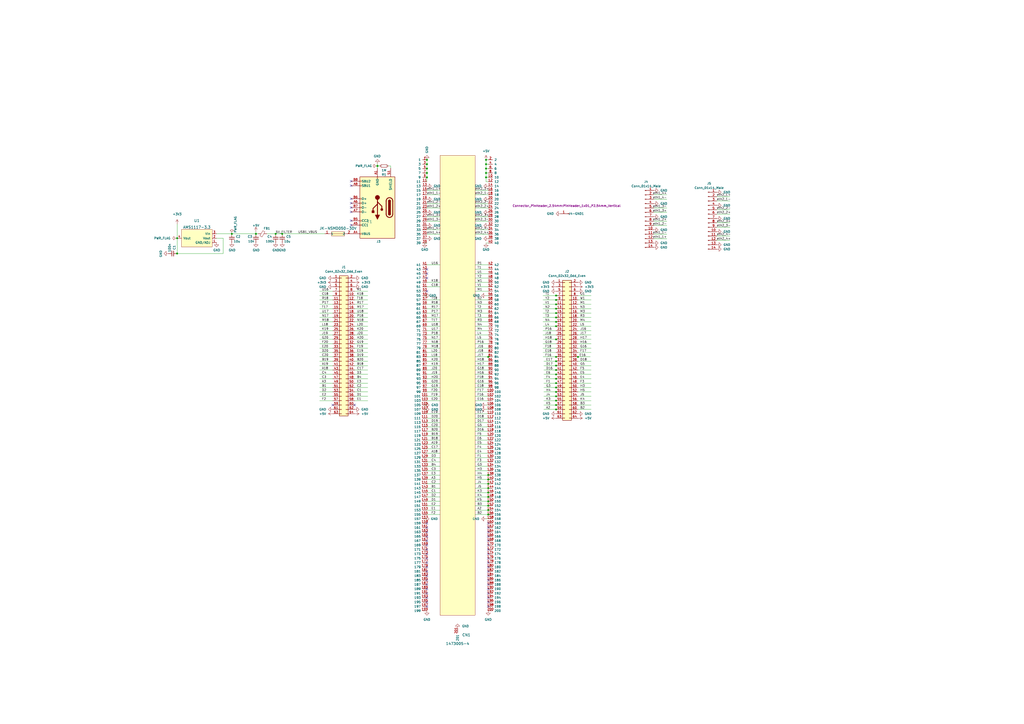
<source format=kicad_sch>
(kicad_sch (version 20211123) (generator eeschema)
  (paper "A2")
  (junction (at 322.58 217.17))
  (junction (at 322.58 176.53))
  (junction (at 322.58 186.69))
  (junction (at 322.58 222.25))
  (junction (at 134.493 135.636))
  (junction (at 322.58 181.61))
  (junction (at 322.58 189.23))
  (junction (at 218.948 96.266) (diameter 1.016))
  (junction (at 322.58 173.99))
  (junction (at 283.21 275.59))
  (junction (at 283.21 207.01))
  (junction (at 322.58 207.01))
  (junction (at 283.21 298.45))
  (junction (at 283.21 283.21))
  (junction (at 322.58 237.49))
  (junction (at 322.58 234.95))
  (junction (at 102.743 147.066))
  (junction (at 322.58 219.71))
  (junction (at 283.21 278.13))
  (junction (at 322.58 179.07))
  (junction (at 159.893 135.636))
  (junction (at 322.58 232.41))
  (junction (at 335.28 207.01))
  (junction (at 281.94 95.25))
  (junction (at 322.58 184.15))
  (junction (at 283.21 295.91))
  (junction (at 281.94 92.71))
  (junction (at 281.94 100.33))
  (junction (at 322.58 224.79))
  (junction (at 283.21 290.83))
  (junction (at 283.21 288.29))
  (junction (at 281.94 102.87))
  (junction (at 283.21 280.67))
  (junction (at 322.58 171.45))
  (junction (at 322.58 212.09))
  (junction (at 281.94 97.79))
  (junction (at 283.21 293.37))
  (junction (at 322.58 229.87))
  (junction (at 247.65 100.33))
  (junction (at 322.58 227.33))
  (junction (at 322.58 196.85))
  (junction (at 247.65 92.71))
  (junction (at 283.21 285.75))
  (junction (at 247.65 102.87))
  (junction (at 102.743 138.176))
  (junction (at 247.65 95.25))
  (junction (at 163.703 135.636))
  (junction (at 247.65 97.79))
  (junction (at 322.58 214.63))
  (junction (at 322.58 209.55))
  (junction (at 148.463 135.636))
  (no_connect (at 247.65 156.21))
  (no_connect (at 283.21 344.17))
  (no_connect (at 283.21 331.47))
  (no_connect (at 283.21 313.69))
  (no_connect (at 247.65 328.93))
  (no_connect (at 283.21 318.77))
  (no_connect (at 247.65 316.23))
  (no_connect (at 247.65 326.39))
  (no_connect (at 283.21 336.55))
  (no_connect (at 247.65 313.69))
  (no_connect (at 247.65 346.71))
  (no_connect (at 203.708 122.936))
  (no_connect (at 247.65 339.09))
  (no_connect (at 247.65 344.17))
  (no_connect (at 247.65 331.47))
  (no_connect (at 283.21 323.85))
  (no_connect (at 247.65 349.25))
  (no_connect (at 283.21 311.15))
  (no_connect (at 205.74 234.95))
  (no_connect (at 283.21 321.31))
  (no_connect (at 247.65 334.01))
  (no_connect (at 247.65 306.07))
  (no_connect (at 283.21 351.79))
  (no_connect (at 247.65 321.31))
  (no_connect (at 203.708 105.156))
  (no_connect (at 247.65 161.29))
  (no_connect (at 283.21 334.01))
  (no_connect (at 203.708 130.556))
  (no_connect (at 283.21 303.53))
  (no_connect (at 203.708 107.696))
  (no_connect (at 283.21 341.63))
  (no_connect (at 247.65 308.61))
  (no_connect (at 283.21 339.09))
  (no_connect (at 247.65 158.75))
  (no_connect (at 283.21 328.93))
  (no_connect (at 193.04 234.95))
  (no_connect (at 247.65 303.53))
  (no_connect (at 247.65 168.91))
  (no_connect (at 283.21 316.23))
  (no_connect (at 247.65 351.79))
  (no_connect (at 203.708 128.016))
  (no_connect (at 247.65 323.85))
  (no_connect (at 283.21 349.25))
  (no_connect (at 247.65 318.77))
  (no_connect (at 247.65 336.55))
  (no_connect (at 283.21 326.39))
  (no_connect (at 283.21 346.71))
  (no_connect (at 203.708 120.396))
  (no_connect (at 203.708 115.316))
  (no_connect (at 203.708 117.856))
  (no_connect (at 247.65 311.15))
  (no_connect (at 283.21 306.07))
  (no_connect (at 283.21 308.61))
  (no_connect (at 247.65 341.63))
  (wire (pts (xy 275.59 257.81) (xy 283.21 257.81)))
  (wire (pts (xy 322.58 237.49) (xy 322.834 237.49)))
  (wire (pts (xy 275.59 212.09) (xy 283.21 212.09)))
  (wire (pts (xy 335.28 194.31) (xy 342.9 194.31)))
  (wire (pts (xy 275.59 255.27) (xy 283.21 255.27)))
  (wire (pts (xy 335.28 232.41) (xy 342.9 232.41)))
  (wire (pts (xy 205.74 196.85) (xy 213.36 196.85)))
  (wire (pts (xy 205.74 189.23) (xy 213.36 189.23)))
  (wire (pts (xy 386.842 115.57) (xy 379.222 115.57)))
  (wire (pts (xy 283.21 237.49) (xy 281.94 237.49)))
  (wire (pts (xy 185.42 212.09) (xy 193.04 212.09)))
  (wire (pts (xy 275.59 191.77) (xy 283.21 191.77)))
  (wire (pts (xy 247.65 199.39) (xy 255.27 199.39)))
  (wire (pts (xy 386.842 130.81) (xy 379.222 130.81)))
  (wire (pts (xy 284.48 290.83) (xy 283.21 290.83)))
  (wire (pts (xy 335.28 181.61) (xy 342.9 181.61)))
  (wire (pts (xy 415.798 114.046) (xy 423.418 114.046)))
  (wire (pts (xy 314.96 176.53) (xy 322.58 176.53)))
  (wire (pts (xy 159.893 135.636) (xy 163.703 135.636)))
  (wire (pts (xy 247.65 133.35) (xy 255.27 133.35)))
  (wire (pts (xy 275.59 135.89) (xy 283.21 135.89)))
  (wire (pts (xy 275.59 209.55) (xy 283.21 209.55)))
  (wire (pts (xy 275.59 265.43) (xy 283.21 265.43)))
  (wire (pts (xy 386.842 123.19) (xy 379.222 123.19)))
  (wire (pts (xy 275.59 242.57) (xy 283.21 242.57)))
  (wire (pts (xy 205.74 171.45) (xy 213.36 171.45)))
  (wire (pts (xy 185.42 224.79) (xy 193.04 224.79)))
  (wire (pts (xy 386.842 135.89) (xy 379.222 135.89)))
  (wire (pts (xy 315.468 214.63) (xy 322.58 214.63)))
  (wire (pts (xy 281.94 95.25) (xy 281.94 97.79)))
  (wire (pts (xy 247.65 209.55) (xy 255.27 209.55)))
  (wire (pts (xy 220.218 96.266) (xy 218.948 96.266)))
  (wire (pts (xy 335.28 234.95) (xy 342.9 234.95)))
  (wire (pts (xy 415.798 124.206) (xy 423.418 124.206)))
  (wire (pts (xy 275.59 222.25) (xy 283.21 222.25)))
  (wire (pts (xy 314.96 204.47) (xy 322.58 204.47)))
  (wire (pts (xy 281.94 100.33) (xy 281.94 102.87)))
  (wire (pts (xy 205.74 191.77) (xy 213.36 191.77)))
  (wire (pts (xy 275.59 110.49) (xy 283.21 110.49)))
  (wire (pts (xy 284.48 283.21) (xy 283.21 283.21)))
  (wire (pts (xy 275.59 275.59) (xy 283.21 275.59)))
  (wire (pts (xy 247.65 173.99) (xy 255.27 173.99)))
  (wire (pts (xy 275.59 128.27) (xy 283.21 128.27)))
  (wire (pts (xy 185.42 196.85) (xy 193.04 196.85)))
  (wire (pts (xy 275.59 295.91) (xy 283.21 295.91)))
  (wire (pts (xy 148.463 134.366) (xy 148.463 135.636)))
  (wire (pts (xy 315.468 209.55) (xy 322.58 209.55)))
  (wire (pts (xy 322.58 232.41) (xy 322.834 232.41)))
  (wire (pts (xy 129.413 138.176) (xy 129.413 147.066)))
  (wire (pts (xy 185.42 207.01) (xy 193.04 207.01)))
  (wire (pts (xy 125.603 135.636) (xy 134.493 135.636)))
  (wire (pts (xy 283.21 288.29) (xy 284.48 288.29)))
  (wire (pts (xy 185.42 168.91) (xy 193.04 168.91)))
  (wire (pts (xy 386.842 128.27) (xy 379.222 128.27)))
  (wire (pts (xy 275.59 240.03) (xy 283.21 240.03)))
  (wire (pts (xy 322.58 176.53) (xy 323.85 176.53)))
  (wire (pts (xy 415.798 131.826) (xy 423.418 131.826)))
  (wire (pts (xy 275.59 125.73) (xy 283.21 125.73)))
  (wire (pts (xy 275.59 156.21) (xy 283.21 156.21)))
  (wire (pts (xy 134.493 135.636) (xy 148.463 135.636)))
  (wire (pts (xy 247.65 125.73) (xy 255.27 125.73)))
  (wire (pts (xy 205.74 224.79) (xy 213.36 224.79)))
  (wire (pts (xy 247.65 110.49) (xy 255.27 110.49)))
  (wire (pts (xy 247.65 227.33) (xy 255.27 227.33)))
  (wire (pts (xy 247.65 184.15) (xy 255.27 184.15)))
  (wire (pts (xy 275.59 273.05) (xy 283.21 273.05)))
  (wire (pts (xy 275.59 283.21) (xy 283.21 283.21)))
  (wire (pts (xy 322.58 184.15) (xy 323.85 184.15)))
  (wire (pts (xy 322.58 181.61) (xy 323.85 181.61)))
  (wire (pts (xy 185.42 201.93) (xy 193.04 201.93)))
  (wire (pts (xy 315.468 224.79) (xy 322.58 224.79)))
  (wire (pts (xy 185.42 229.87) (xy 193.04 229.87)))
  (wire (pts (xy 205.74 194.31) (xy 213.36 194.31)))
  (wire (pts (xy 322.58 219.71) (xy 322.834 219.71)))
  (wire (pts (xy 415.798 116.586) (xy 423.418 116.586)))
  (wire (pts (xy 205.74 207.01) (xy 213.36 207.01)))
  (wire (pts (xy 314.96 191.77) (xy 322.58 191.77)))
  (wire (pts (xy 315.468 219.71) (xy 322.58 219.71)))
  (wire (pts (xy 129.413 147.066) (xy 102.743 147.066)))
  (wire (pts (xy 386.842 120.65) (xy 379.222 120.65)))
  (wire (pts (xy 275.59 214.63) (xy 283.21 214.63)))
  (wire (pts (xy 281.94 97.79) (xy 281.94 100.33)))
  (wire (pts (xy 283.21 100.33) (xy 281.94 100.33)))
  (wire (pts (xy 314.96 186.69) (xy 322.58 186.69)))
  (wire (pts (xy 247.65 288.29) (xy 255.27 288.29)))
  (wire (pts (xy 275.59 227.33) (xy 283.21 227.33)))
  (wire (pts (xy 247.65 275.59) (xy 255.27 275.59)))
  (wire (pts (xy 275.59 278.13) (xy 283.21 278.13)))
  (wire (pts (xy 335.28 227.33) (xy 342.9 227.33)))
  (wire (pts (xy 205.74 219.71) (xy 213.36 219.71)))
  (wire (pts (xy 315.468 237.49) (xy 322.58 237.49)))
  (wire (pts (xy 247.65 262.89) (xy 255.27 262.89)))
  (wire (pts (xy 335.28 186.69) (xy 342.9 186.69)))
  (wire (pts (xy 185.42 173.99) (xy 193.04 173.99)))
  (wire (pts (xy 314.96 171.45) (xy 322.58 171.45)))
  (wire (pts (xy 247.65 260.35) (xy 255.27 260.35)))
  (wire (pts (xy 275.59 168.91) (xy 283.21 168.91)))
  (wire (pts (xy 335.28 176.53) (xy 342.9 176.53)))
  (wire (pts (xy 322.58 186.69) (xy 323.85 186.69)))
  (wire (pts (xy 275.59 245.11) (xy 283.21 245.11)))
  (wire (pts (xy 314.96 184.15) (xy 322.58 184.15)))
  (wire (pts (xy 322.58 207.01) (xy 322.6392 207.01)))
  (wire (pts (xy 314.96 201.93) (xy 322.58 201.93)))
  (wire (pts (xy 247.65 242.57) (xy 255.27 242.57)))
  (wire (pts (xy 247.65 273.05) (xy 255.27 273.05)))
  (wire (pts (xy 247.65 95.25) (xy 247.65 97.79)))
  (wire (pts (xy 275.59 247.65) (xy 283.21 247.65)))
  (wire (pts (xy 315.468 217.17) (xy 322.58 217.17)))
  (wire (pts (xy 315.0192 196.85) (xy 322.58 196.85)))
  (wire (pts (xy 185.42 214.63) (xy 193.04 214.63)))
  (wire (pts (xy 275.59 120.65) (xy 283.21 120.65)))
  (wire (pts (xy 247.65 163.83) (xy 255.27 163.83)))
  (wire (pts (xy 247.65 237.49) (xy 246.38 237.49)))
  (wire (pts (xy 247.65 270.51) (xy 255.27 270.51)))
  (wire (pts (xy 247.65 245.11) (xy 255.27 245.11)))
  (wire (pts (xy 275.59 232.41) (xy 283.21 232.41)))
  (wire (pts (xy 247.65 222.25) (xy 255.27 222.25)))
  (wire (pts (xy 205.74 201.93) (xy 213.36 201.93)))
  (wire (pts (xy 247.65 128.27) (xy 255.27 128.27)))
  (wire (pts (xy 205.74 176.53) (xy 213.36 176.53)))
  (wire (pts (xy 283.21 207.01) (xy 284.48 207.01)))
  (wire (pts (xy 205.74 204.47) (xy 213.36 204.47)))
  (wire (pts (xy 247.65 166.37) (xy 255.27 166.37)))
  (wire (pts (xy 415.798 139.446) (xy 423.418 139.446)))
  (wire (pts (xy 185.42 189.23) (xy 193.04 189.23)))
  (wire (pts (xy 247.65 232.41) (xy 255.27 232.41)))
  (wire (pts (xy 247.65 255.27) (xy 255.27 255.27)))
  (wire (pts (xy 315.468 212.09) (xy 322.58 212.09)))
  (wire (pts (xy 415.798 121.666) (xy 423.418 121.666)))
  (wire (pts (xy 205.74 229.87) (xy 213.36 229.87)))
  (wire (pts (xy 322.58 209.55) (xy 322.834 209.55)))
  (wire (pts (xy 284.48 280.67) (xy 283.21 280.67)))
  (wire (pts (xy 335.28 189.23) (xy 342.8408 189.23)))
  (wire (pts (xy 335.28 217.17) (xy 342.9 217.17)))
  (wire (pts (xy 315.0192 189.23) (xy 322.58 189.23)))
  (wire (pts (xy 247.65 201.93) (xy 255.27 201.93)))
  (wire (pts (xy 314.96 173.99) (xy 322.58 173.99)))
  (wire (pts (xy 185.42 194.31) (xy 193.04 194.31)))
  (wire (pts (xy 275.59 113.03) (xy 283.21 113.03)))
  (wire (pts (xy 275.59 270.51) (xy 283.21 270.51)))
  (wire (pts (xy 335.28 179.07) (xy 342.9 179.07)))
  (wire (pts (xy 314.96 199.39) (xy 322.58 199.39)))
  (wire (pts (xy 205.74 168.91) (xy 213.36 168.91)))
  (wire (pts (xy 185.42 176.53) (xy 193.04 176.53)))
  (wire (pts (xy 275.59 201.93) (xy 283.21 201.93)))
  (wire (pts (xy 275.59 252.73) (xy 283.21 252.73)))
  (wire (pts (xy 205.74 173.99) (xy 213.36 173.99)))
  (wire (pts (xy 247.65 97.79) (xy 247.65 100.33)))
  (wire (pts (xy 218.948 94.996) (xy 218.948 96.266)))
  (wire (pts (xy 275.59 184.15) (xy 283.21 184.15)))
  (wire (pts (xy 275.59 288.29) (xy 283.21 288.29)))
  (wire (pts (xy 247.65 176.53) (xy 255.27 176.53)))
  (wire (pts (xy 283.21 102.87) (xy 281.94 102.87)))
  (wire (pts (xy 205.74 222.25) (xy 213.36 222.25)))
  (wire (pts (xy 335.28 219.71) (xy 342.9 219.71)))
  (wire (pts (xy 247.65 240.03) (xy 255.27 240.03)))
  (wire (pts (xy 335.28 237.49) (xy 342.9 237.49)))
  (wire (pts (xy 315.0192 207.01) (xy 322.58 207.01)))
  (wire (pts (xy 314.96 181.61) (xy 322.58 181.61)))
  (wire (pts (xy 283.21 298.45) (xy 284.48 298.45)))
  (wire (pts (xy 335.28 171.45) (xy 342.9 171.45)))
  (wire (pts (xy 275.59 166.37) (xy 283.21 166.37)))
  (wire (pts (xy 247.65 179.07) (xy 255.27 179.07)))
  (wire (pts (xy 247.65 267.97) (xy 255.27 267.97)))
  (wire (pts (xy 226.568 96.266) (xy 225.298 96.266)))
  (wire (pts (xy 125.603 138.176) (xy 129.413 138.176)))
  (wire (pts (xy 275.59 179.07) (xy 283.21 179.07)))
  (wire (pts (xy 275.59 260.35) (xy 283.21 260.35)))
  (wire (pts (xy 247.65 118.11) (xy 255.27 118.11)))
  (wire (pts (xy 275.59 133.35) (xy 283.21 133.35)))
  (wire (pts (xy 247.65 285.75) (xy 255.27 285.75)))
  (wire (pts (xy 275.59 118.11) (xy 283.21 118.11)))
  (wire (pts (xy 275.59 207.01) (xy 283.21 207.01)))
  (wire (pts (xy 247.65 293.37) (xy 255.27 293.37)))
  (wire (pts (xy 335.28 229.87) (xy 342.9 229.87)))
  (wire (pts (xy 415.798 136.906) (xy 423.418 136.906)))
  (wire (pts (xy 335.28 214.63) (xy 342.9 214.63)))
  (wire (pts (xy 322.58 179.07) (xy 323.85 179.07)))
  (wire (pts (xy 247.65 214.63) (xy 255.27 214.63)))
  (wire (pts (xy 335.28 209.55) (xy 342.9 209.55)))
  (wire (pts (xy 283.21 300.99) (xy 281.94 300.99)))
  (wire (pts (xy 275.59 267.97) (xy 283.21 267.97)))
  (wire (pts (xy 275.59 196.85) (xy 283.21 196.85)))
  (wire (pts (xy 322.58 212.09) (xy 322.834 212.09)))
  (wire (pts (xy 205.74 186.69) (xy 213.36 186.69)))
  (wire (pts (xy 247.65 247.65) (xy 255.27 247.65)))
  (wire (pts (xy 275.59 204.47) (xy 283.21 204.47)))
  (wire (pts (xy 315.468 232.41) (xy 322.58 232.41)))
  (wire (pts (xy 205.74 217.17) (xy 213.36 217.17)))
  (wire (pts (xy 335.28 204.47) (xy 342.9 204.47)))
  (wire (pts (xy 284.48 293.37) (xy 283.21 293.37)))
  (wire (pts (xy 322.58 229.87) (xy 322.834 229.87)))
  (wire (pts (xy 275.59 186.69) (xy 283.21 186.69)))
  (wire (pts (xy 335.28 196.85) (xy 342.9 196.85)))
  (wire (pts (xy 247.65 290.83) (xy 255.27 290.83)))
  (wire (pts (xy 314.96 179.07) (xy 322.58 179.07)))
  (wire (pts (xy 185.42 217.17) (xy 193.04 217.17)))
  (wire (pts (xy 283.21 278.13) (xy 284.48 278.13)))
  (wire (pts (xy 275.59 176.53) (xy 283.21 176.53)))
  (wire (pts (xy 247.65 219.71) (xy 255.27 219.71)))
  (wire (pts (xy 322.58 189.23) (xy 322.6392 189.23)))
  (wire (pts (xy 315.468 234.95) (xy 322.58 234.95)))
  (wire (pts (xy 275.59 158.75) (xy 283.21 158.75)))
  (wire (pts (xy 102.743 129.921) (xy 102.743 138.176)))
  (wire (pts (xy 335.28 212.09) (xy 342.9 212.09)))
  (wire (pts (xy 247.65 92.71) (xy 247.65 95.25)))
  (wire (pts (xy 247.65 298.45) (xy 255.27 298.45)))
  (wire (pts (xy 275.59 280.67) (xy 283.21 280.67)))
  (wire (pts (xy 247.65 135.89) (xy 255.27 135.89)))
  (wire (pts (xy 247.65 181.61) (xy 255.27 181.61)))
  (wire (pts (xy 275.59 262.89) (xy 283.21 262.89)))
  (wire (pts (xy 275.59 173.99) (xy 283.21 173.99)))
  (wire (pts (xy 247.65 257.81) (xy 255.27 257.81)))
  (wire (pts (xy 247.65 189.23) (xy 255.27 189.23)))
  (wire (pts (xy 322.58 173.99) (xy 323.85 173.99)))
  (wire (pts (xy 205.74 199.39) (xy 213.36 199.39)))
  (wire (pts (xy 185.42 186.69) (xy 193.04 186.69)))
  (wire (pts (xy 185.42 179.07) (xy 193.04 179.07)))
  (wire (pts (xy 275.59 189.23) (xy 283.21 189.23)))
  (wire (pts (xy 275.59 199.39) (xy 283.21 199.39)))
  (wire (pts (xy 247.65 212.09) (xy 255.27 212.09)))
  (wire (pts (xy 102.743 147.066) (xy 102.743 138.176)))
  (wire (pts (xy 247.65 171.45) (xy 246.38 171.45)))
  (wire (pts (xy 148.463 135.636) (xy 149.733 135.636)))
  (wire (pts (xy 283.21 105.41) (xy 281.94 105.41)))
  (wire (pts (xy 283.21 171.45) (xy 281.94 171.45)))
  (wire (pts (xy 334.8312 207.01) (xy 335.28 207.01)))
  (wire (pts (xy 185.42 171.45) (xy 193.04 171.45)))
  (wire (pts (xy 315.468 222.25) (xy 322.58 222.25)))
  (wire (pts (xy 315.468 227.33) (xy 322.58 227.33)))
  (wire (pts (xy 283.21 275.59) (xy 284.48 275.59)))
  (wire (pts (xy 185.42 199.39) (xy 193.04 199.39)))
  (wire (pts (xy 218.948 96.266) (xy 218.948 97.536)))
  (wire (pts (xy 386.842 138.43) (xy 379.222 138.43)))
  (wire (pts (xy 247.65 278.13) (xy 255.27 278.13)))
  (wire (pts (xy 275.59 181.61) (xy 283.21 181.61)))
  (wire (pts (xy 322.58 214.63) (xy 322.834 214.63)))
  (wire (pts (xy 275.59 219.71) (xy 283.21 219.71)))
  (wire (pts (xy 185.42 222.25) (xy 193.04 222.25)))
  (wire (pts (xy 163.703 135.636) (xy 188.468 135.636)))
  (wire (pts (xy 283.21 95.25) (xy 281.94 95.25)))
  (wire (pts (xy 335.28 199.39) (xy 342.9 199.39)))
  (wire (pts (xy 247.65 120.65) (xy 255.27 120.65)))
  (wire (pts (xy 415.798 129.286) (xy 423.418 129.286)))
  (wire (pts (xy 185.42 204.47) (xy 193.04 204.47)))
  (wire (pts (xy 247.65 140.97) (xy 246.38 140.97)))
  (wire (pts (xy 247.65 234.95) (xy 246.38 234.95)))
  (wire (pts (xy 247.65 100.33) (xy 247.65 102.87)))
  (wire (pts (xy 335.28 184.15) (xy 342.9 184.15)))
  (wire (pts (xy 322.58 224.79) (xy 322.834 224.79)))
  (wire (pts (xy 247.65 186.69) (xy 255.27 186.69)))
  (wire (pts (xy 386.842 113.03) (xy 379.222 113.03)))
  (wire (pts (xy 322.58 171.45) (xy 323.85 171.45)))
  (wire (pts (xy 275.59 250.19) (xy 283.21 250.19)))
  (wire (pts (xy 335.28 207.01) (xy 342.392 207.01)))
  (wire (pts (xy 283.21 97.79) (xy 281.94 97.79)))
  (wire (pts (xy 275.59 217.17) (xy 283.21 217.17)))
  (wire (pts (xy 284.48 295.91) (xy 283.21 295.91)))
  (wire (pts (xy 275.59 194.31) (xy 283.21 194.31)))
  (wire (pts (xy 281.94 92.71) (xy 281.94 95.25)))
  (wire (pts (xy 335.28 222.25) (xy 342.9 222.25)))
  (wire (pts (xy 322.58 227.33) (xy 322.834 227.33)))
  (wire (pts (xy 335.28 173.99) (xy 342.9 173.99)))
  (wire (pts (xy 205.74 232.41) (xy 213.36 232.41)))
  (wire (pts (xy 247.65 295.91) (xy 255.27 295.91)))
  (wire (pts (xy 322.58 196.85) (xy 322.6392 196.85)))
  (wire (pts (xy 335.28 191.77) (xy 342.9 191.77)))
  (wire (pts (xy 247.65 196.85) (xy 255.27 196.85)))
  (wire (pts (xy 275.59 285.75) (xy 283.21 285.75)))
  (wire (pts (xy 275.59 298.45) (xy 283.21 298.45)))
  (wire (pts (xy 283.21 140.97) (xy 281.94 140.97)))
  (wire (pts (xy 247.65 252.73) (xy 255.27 252.73)))
  (wire (pts (xy 247.65 113.03) (xy 255.27 113.03)))
  (wire (pts (xy 247.65 194.31) (xy 255.27 194.31)))
  (wire (pts (xy 185.42 209.55) (xy 193.04 209.55)))
  (wire (pts (xy 247.65 280.67) (xy 255.27 280.67)))
  (wire (pts (xy 247.65 250.19) (xy 255.27 250.19)))
  (wire (pts (xy 247.65 283.21) (xy 255.27 283.21)))
  (wire (pts (xy 247.65 191.77) (xy 255.27 191.77)))
  (wire (pts (xy 281.94 105.41) (xy 281.94 102.87)))
  (wire (pts (xy 275.59 229.87) (xy 283.21 229.87)))
  (wire (pts (xy 322.58 234.95) (xy 322.834 234.95)))
  (wire (pts (xy 247.65 300.99) (xy 246.38 300.99)))
  (wire (pts (xy 322.58 222.25) (xy 322.834 222.25)))
  (wire (pts (xy 314.96 194.31) (xy 322.58 194.31)))
  (wire (pts (xy 275.59 290.83) (xy 283.21 290.83)))
  (wire (pts (xy 247.65 229.87) (xy 255.27 229.87)))
  (wire (pts (xy 205.74 227.33) (xy 213.36 227.33)))
  (wire (pts (xy 275.59 293.37) (xy 283.21 293.37)))
  (wire (pts (xy 284.48 285.75) (xy 283.21 285.75)))
  (wire (pts (xy 185.42 219.71) (xy 193.04 219.71)))
  (wire (pts (xy 283.21 92.71) (xy 281.94 92.71)))
  (wire (pts (xy 154.813 135.636) (xy 159.893 135.636)))
  (wire (pts (xy 275.59 224.79) (xy 283.21 224.79)))
  (wire (pts (xy 335.28 224.79) (xy 342.9 224.79)))
  (wire (pts (xy 205.74 179.07) (xy 213.36 179.07)))
  (wire (pts (xy 205.74 181.61) (xy 213.36 181.61)))
  (wire (pts (xy 275.59 161.29) (xy 283.21 161.29)))
  (wire (pts (xy 247.65 217.17) (xy 255.27 217.17)))
  (wire (pts (xy 247.65 102.87) (xy 247.65 105.41)))
  (wire (pts (xy 275.59 153.67) (xy 283.21 153.67)))
  (wire (pts (xy 185.42 184.15) (xy 193.04 184.15)))
  (wire (pts (xy 315.468 229.87) (xy 322.58 229.87)))
  (wire (pts (xy 275.59 163.83) (xy 283.21 163.83)))
  (wire (pts (xy 205.74 212.09) (xy 213.36 212.09)))
  (wire (pts (xy 247.65 265.43) (xy 255.27 265.43)))
  (wire (pts (xy 335.28 201.93) (xy 342.9 201.93)))
  (wire (pts (xy 185.42 191.77) (xy 193.04 191.77)))
  (wire (pts (xy 247.65 207.01) (xy 255.27 207.01)))
  (wire (pts (xy 185.42 227.33) (xy 193.04 227.33)))
  (wire (pts (xy 226.568 97.536) (xy 226.568 96.266)))
  (wire (pts (xy 283.21 234.95) (xy 281.94 234.95)))
  (wire (pts (xy 247.65 153.67) (xy 255.27 153.67)))
  (wire (pts (xy 247.65 204.47) (xy 255.27 204.47)))
  (wire (pts (xy 247.65 224.79) (xy 255.27 224.79)))
  (wire (pts (xy 185.42 181.61) (xy 193.04 181.61)))
  (wire (pts (xy 205.74 214.63) (xy 213.36 214.63)))
  (wire (pts (xy 205.74 184.15) (xy 213.36 184.15)))
  (wire (pts (xy 185.42 232.41) (xy 193.04 232.41)))
  (wire (pts (xy 322.58 217.17) (xy 322.834 217.17)))
  (wire (pts (xy 205.74 209.55) (xy 213.36 209.55)))
  (label "V1" (at 276.86 166.37 0))
  (label "M1" (at 276.86 168.91 0))
  (label "M4" (at 276.86 191.77 0))
  (label "J19" (at 250.19 217.17 0))
  (label "eth1_1+" (at 247.65 110.49 0))
  (label "J16" (at 276.86 201.93 0))
  (label "F1" (at 316.738 222.25 0))
  (label "eth2_1+" (at 275.59 110.49 0))
  (label "A18" (at 250.19 262.89 0))
  (label "H4" (at 276.86 275.59 0))
  (label "C18" (at 250.19 166.37 0))
  (label "N18" (at 207.01 186.69 0))
  (label "C1" (at 207.01 227.33 0))
  (label "N3" (at 276.86 176.53 0))
  (label "F19" (at 250.19 229.87 0))
  (label "E17" (at 276.86 240.03 0))
  (label "C3" (at 250.19 273.05 0))
  (label "H20" (at 250.19 219.71 0))
  (label "E20" (at 186.69 201.93 0))
  (label "F3" (at 336.4908 222.25 0))
  (label "E4" (at 276.86 262.89 0))
  (label "eth2_1-" (at 275.59 113.03 0))
  (label "E1" (at 250.19 295.91 0))
  (label "K3" (at 276.86 285.75 0))
  (label "K4" (at 336.55 232.41 0))
  (label "U1" (at 336.55 171.45 0))
  (label "G16" (at 276.86 222.25 0))
  (label "E19" (at 207.01 204.47 0))
  (label "B4" (at 207.01 219.71 0))
  (label "F4" (at 276.86 260.35 0))
  (label "eth1_1-" (at 386.842 135.89 180))
  (label "K3" (at 316.738 232.41 0))
  (label "H4" (at 316.738 227.33 0))
  (label "F16" (at 316.23 207.01 0))
  (label "W1" (at 276.86 163.83 0))
  (label "B1" (at 186.69 224.79 0))
  (label "H18" (at 276.86 209.55 0))
  (label "eth2_3+" (at 415.798 129.286 0))
  (label "G20" (at 186.69 196.85 0))
  (label "E16" (at 276.86 232.41 0))
  (label "R1" (at 207.01 168.91 0))
  (label "L18" (at 186.69 189.23 0))
  (label "A18" (at 186.69 214.63 0))
  (label "eth1_4+" (at 247.65 135.89 0))
  (label "E4" (at 336.55 219.71 0))
  (label "eth1_3-" (at 386.842 120.65 180))
  (label "D20" (at 186.69 204.47 0))
  (label "U18" (at 207.01 181.61 0))
  (label "N3" (at 336.4908 179.07 0))
  (label "F5" (at 336.55 214.63 0))
  (label "A2" (at 316.738 237.49 0))
  (label "E19" (at 250.19 240.03 0))
  (label "D16" (at 316.738 214.63 0))
  (label "Y2" (at 316.23 173.99 0))
  (label "C20" (at 186.69 207.01 0))
  (label "T17" (at 250.19 186.69 0))
  (label "C2" (at 250.19 280.67 0))
  (label "U16" (at 250.19 153.67 0))
  (label "L4" (at 316.23 189.23 0))
  (label "G18" (at 276.86 214.63 0))
  (label "M18" (at 250.19 201.93 0))
  (label "eth1_4+" (at 386.842 113.03 180))
  (label "D19" (at 250.19 245.11 0))
  (label "P18" (at 207.01 184.15 0))
  (label "N2" (at 276.86 173.99 0))
  (label "F5" (at 276.86 252.73 0))
  (label "D1" (at 207.01 229.87 0))
  (label "T18" (at 207.01 173.99 0))
  (label "eth1_3+" (at 386.842 123.19 180))
  (label "R17" (at 250.19 179.07 0))
  (label "G3" (at 316.738 224.79 0))
  (label "J18" (at 276.86 204.47 0))
  (label "D17" (at 316.738 212.09 0))
  (label "F18" (at 316.1708 201.93 0))
  (label "K19" (at 186.69 191.77 0))
  (label "R17" (at 207.01 176.53 0))
  (label "eth2_2-" (at 275.59 118.11 0))
  (label "F18" (at 276.86 219.71 0))
  (label "R3" (at 336.4908 184.15 0))
  (label "A3" (at 186.69 222.25 0))
  (label "E20" (at 250.19 232.41 0))
  (label "E2" (at 250.19 293.37 0))
  (label "F4" (at 316.738 219.71 0))
  (label "J20" (at 250.19 214.63 0))
  (label "K18" (at 207.01 171.45 0))
  (label "G3" (at 276.86 270.51 0))
  (label "A3" (at 250.19 278.13 0))
  (label "E6" (at 316.738 217.17 0))
  (label "L5" (at 336.4908 189.23 0))
  (label "H17" (at 276.86 212.09 0))
  (label "C2" (at 207.01 224.79 0))
  (label "L20" (at 207.01 189.23 0))
  (label "J4" (at 276.86 280.67 0))
  (label "P17" (at 250.19 181.61 0))
  (label "T2" (at 276.86 179.07 0))
  (label "Y2" (at 276.86 161.29 0))
  (label "eth1_2+" (at 386.842 128.27 180))
  (label "C4" (at 186.69 217.17 0))
  (label "B19" (at 186.69 209.55 0))
  (label "C17" (at 207.01 214.63 0))
  (label "M1" (at 336.4908 176.53 0))
  (label "J18" (at 316.1708 194.31 0))
  (label "eth1_1+" (at 386.842 138.43 180))
  (label "E16" (at 336.042 207.01 0))
  (label "K20" (at 207.01 191.77 0))
  (label "N18" (at 250.19 199.39 0))
  (label "C3" (at 186.69 219.71 0))
  (label "USB1_VBUS" (at 184.023 135.636 180))
  (label "E1" (at 207.01 232.41 0))
  (label "M18" (at 186.69 186.69 0))
  (label "B2" (at 336.55 237.49 0))
  (label "eth2_4+" (at 415.798 139.446 0))
  (label "D2" (at 186.69 227.33 0))
  (label "eth2_4-" (at 275.59 133.35 0))
  (label "C1" (at 250.19 285.75 0))
  (label "A19" (at 250.19 257.81 0))
  (label "D20" (at 250.19 242.57 0))
  (label "eth1_2-" (at 247.65 118.11 0))
  (label "J20" (at 207.01 194.31 0))
  (label "E2" (at 186.69 229.87 0))
  (label "F2" (at 186.69 232.41 0))
  (label "E6" (at 276.86 255.27 0))
  (label "eth1_1-" (at 247.65 113.03 0))
  (label "G18" (at 316.1708 199.39 0))
  (label "H17" (at 336.55 196.85 0))
  (label "K5" (at 316.6788 234.95 0))
  (label "D16" (at 276.86 250.19 0))
  (label "E18" (at 276.86 224.79 0))
  (label "E5" (at 276.86 257.81 0))
  (label "G19" (at 207.01 199.39 0))
  (label "H3" (at 276.86 273.05 0))
  (label "eth2_2+" (at 275.59 120.65 0))
  (label "J16" (at 336.55 191.77 0))
  (label "eth1_4-" (at 386.842 115.57 180))
  (label "W1" (at 336.4908 173.99 0))
  (label "J17" (at 336.4908 194.31 0))
  (label "U17" (at 186.69 181.61 0))
  (label "P17" (at 186.69 176.53 0))
  (label "5V_FILTER" (at 159.893 135.636 0))
  (label "L5" (at 276.86 196.85 0))
  (label "C20" (at 250.19 247.65 0))
  (label "K5" (at 276.8008 290.83 0))
  (label "E5" (at 336.55 217.17 0))
  (label "eth2_4+" (at 275.59 135.89 0))
  (label "B20" (at 207.01 209.55 0))
  (label "D2" (at 250.19 288.29 0))
  (label "K4" (at 276.86 288.29 0))
  (label "F17" (at 336.4908 204.47 0))
  (label "H5" (at 336.55 227.33 0))
  (label "eth2_3-" (at 415.798 131.826 0))
  (label "L20" (at 250.19 204.47 0))
  (label "U18" (at 250.19 189.23 0))
  (label "K20" (at 250.19 209.55 0))
  (label "M3" (at 336.4908 181.61 0))
  (label "eth2_2-" (at 415.798 121.666 0))
  (label "E3" (at 250.19 275.59 0))
  (label "B20" (at 250.19 250.19 0))
  (label "V1" (at 316.1708 176.53 0))
  (label "F16" (at 276.86 229.87 0))
  (label "H18" (at 316.23 196.85 0))
  (label "C4" (at 250.19 267.97 0))
  (label "F20" (at 186.69 199.39 0))
  (label "H3" (at 336.55 224.79 0))
  (label "D17" (at 276.86 245.11 0))
  (label "P16" (at 276.86 199.39 0))
  (label "eth1_2-" (at 386.842 130.81 180))
  (label "eth1_3-" (at 247.65 128.27 0))
  (label "T1" (at 316.23 171.45 0))
  (label "B18" (at 250.19 255.27 0))
  (label "D3" (at 207.01 217.17 0))
  (label "M4" (at 336.4908 186.69 0))
  (label "R18" (at 250.19 176.53 0))
  (label "F2" (at 250.19 298.45 0))
  (label "J4" (at 316.738 229.87 0))
  (label "K19" (at 250.19 212.09 0))
  (label "E3" (at 207.01 222.25 0))
  (label "B3" (at 276.86 293.37 0))
  (label "G5" (at 336.55 212.09 0))
  (label "eth1_4-" (at 247.65 133.35 0))
  (label "T2" (at 316.1708 181.61 0))
  (label "G20" (at 250.19 222.25 0))
  (label "H5" (at 276.86 278.13 0))
  (label "eth2_2+" (at 415.798 124.206 0))
  (label "R1" (at 276.86 153.67 0))
  (label "eth2_3+" (at 275.59 125.73 0))
  (label "F3" (at 276.86 267.97 0))
  (label "T1" (at 276.86 156.21 0))
  (label "R18" (at 186.69 173.99 0))
  (label "B3" (at 336.55 234.95 0))
  (label "eth2_4-" (at 415.798 136.906 0))
  (label "D1" (at 250.19 290.83 0))
  (label "F20" (at 250.19 227.33 0))
  (label "T18" (at 250.19 173.99 0))
  (label "J19" (at 186.69 194.31 0))
  (label "F1" (at 276.86 265.43 0))
  (label "B1" (at 250.19 283.21 0))
  (label "K18" (at 250.19 163.83 0))
  (label "F17" (at 276.86 227.33 0))
  (label "U16" (at 186.69 168.91 0))
  (label "D18" (at 276.86 242.57 0))
  (label "M17" (at 207.01 179.07 0))
  (label "E18" (at 316.1708 204.47 0))
  (label "P16" (at 316.23 191.77 0))
  (label "M17" (at 250.19 184.15 0))
  (label "eth2_3-" (at 275.59 128.27 0))
  (label "B19" (at 250.19 252.73 0))
  (label "N17" (at 250.19 196.85 0))
  (label "eth1_3+" (at 247.65 125.73 0))
  (label "L4" (at 276.86 194.31 0))
  (label "J17" (at 276.8008 207.01 0))
  (label "F19" (at 207.01 201.93 0))
  (label "A19" (at 186.69 212.09 0))
  (label "N17" (at 186.69 184.15 0))
  (label "T17" (at 186.69 179.07 0))
  (label "P18" (at 250.19 194.31 0))
  (label "C18" (at 186.69 171.45 0))
  (label "N4" (at 316.1708 186.69 0))
  (label "H16" (at 276.86 217.17 0))
  (label "B18" (at 207.01 212.09 0))
  (label "U1" (at 276.86 158.75 0))
  (label "U17" (at 250.19 191.77 0))
  (label "T3" (at 316.1708 184.15 0))
  (label "L18" (at 250.19 207.01 0))
  (label "A2" (at 276.86 295.91 0))
  (label "eth2_1-" (at 415.798 116.586 0))
  (label "N2" (at 316.1708 179.07 0))
  (label "G16" (at 336.4908 201.93 0))
  (label "B2" (at 276.86 298.45 0))
  (label "H20" (at 207.01 196.85 0))
  (label "E17" (at 316.738 209.55 0))
  (label "N4" (at 276.86 189.23 0))
  (label "J5" (at 276.86 283.21 0))
  (label "J5" (at 336.55 229.87 0))
  (label "G19" (at 250.19 224.79 0))
  (label "H16" (at 336.4908 199.39 0))
  (label "C17" (at 250.19 260.35 0))
  (label "D19" (at 207.01 207.01 0))
  (label "D18" (at 336.55 209.55 0))
  (label "G5" (at 276.86 247.65 0))
  (label "eth2_1+" (at 415.798 114.046 0))
  (label "M3" (at 276.86 181.61 0))
  (label "R3" (at 276.86 186.69 0))
  (label "T3" (at 276.86 184.15 0))
  (label "D3" (at 250.19 265.43 0))
  (label "eth1_2+" (at 247.65 120.65 0))
  (label "B4" (at 250.19 270.51 0))
  (symbol (lib_id "power:GND") (at 415.798 134.366 90) (unit 1)
    (property "Reference" "#PWR0151" (effects hide))
    (property "Value" "GND" (at 419.608 134.3659 90) (effects (justify right)))
  )
  (symbol (lib_id "power:+5V") (at 322.58 242.57 90) (unit 1)
    (property "Reference" "#PWR0125" (effects hide))
    (property "Value" "+5V" (at 318.77 242.5699 90) (effects (justify left)))
  )
  (symbol (lib_id "power:GND") (at 335.28 163.83 90) (unit 1)
    (property "Reference" "#PWR0130" (effects hide))
    (property "Value" "GND" (at 339.09 163.8299 90) (effects (justify right)))
  )
  (symbol (lib_id "power:+3V3") (at 322.58 166.37 90) (unit 1)
    (property "Reference" "#PWR0133" (effects hide))
    (property "Value" "+3V3" (at 318.77 166.3699 90) (effects (justify left)))
  )
  (symbol (lib_id "Connector:Conn_01x14_Male") (at 374.142 125.73 0) (unit 1)
    (property "Reference" "J4" (at 374.777 105.41 0))
    (property "Value" "Conn_01x14_Male" (at 374.777 107.95 0))
  )
  (symbol (lib_id "power:GND") (at 335.28 240.03 90) (unit 1)
    (property "Reference" "#PWR0127" (effects hide))
    (property "Value" "GND" (at 339.09 240.0299 90) (effects (justify right)))
  )
  (symbol (lib_id "power:GND") (at 379.222 125.73 90) (unit 1)
    (property "Reference" "#PWR0139" (effects hide))
    (property "Value" "GND" (at 383.032 125.7299 90) (effects (justify right)))
  )
  (symbol (lib_id "usb_ulpi:Connector_USB_C_Receptacle_USB2.0") (at 218.948 120.396 180) (unit 1)
    (property "Reference" "J3" (at 219.583 140.081 0))
    (property "Value" "Connector_USB_C_Receptacle_USB2.0" (effects hide))
    (property "Footprint" "easyeda2kicad:USB-C_SMD-TYPE-C-31-M-12" (effects hide))
    (property "Datasheet" "https://www.usb.org/sites/default/files/documents/usb_type-c.zip" (effects hide))
    (property "LCSC" "C165948" (effects hide))
  )
  (symbol (lib_id "power:GND") (at 322.58 163.83 270) (unit 1)
    (property "Reference" "#PWR0134" (effects hide))
    (property "Value" "GND" (at 318.77 163.8299 90) (effects (justify right)))
  )
  (symbol (lib_id "power:+5V") (at 335.28 242.57 270) (unit 1)
    (property "Reference" "#PWR0128" (effects hide))
    (property "Value" "+5V" (at 339.09 242.5699 90) (effects (justify left)))
  )
  (symbol (lib_id "power:GND") (at 415.798 119.126 90) (unit 1)
    (property "Reference" "#PWR0149" (effects hide))
    (property "Value" "GND" (at 419.608 119.1259 90) (effects (justify right)))
  )
  (symbol (lib_id "power:PWR_FLAG") (at 134.493 135.636 0) (unit 1)
    (property "Reference" "#FLG02" (effects hide))
    (property "Value" "PWR_FLAG" (at 136.554 135.001 90) (effects (justify left)))
  )
  (symbol (lib_id "power:GND") (at 247.65 354.33 0) (unit 1)
    (property "Reference" "#PWR0109" (effects hide))
    (property "Value" "GND" (at 247.65 359.41 0))
  )
  (symbol (lib_id "power:GND") (at 193.04 237.49 270) (unit 1)
    (property "Reference" "#PWR0118" (effects hide))
    (property "Value" "GND" (at 189.23 237.4899 90) (effects (justify right)))
  )
  (symbol (lib_id "power:GND") (at 379.222 118.11 90) (unit 1)
    (property "Reference" "#PWR0136" (effects hide))
    (property "Value" "GND" (at 383.032 118.1099 90) (effects (justify right)))
  )
  (symbol (lib_id "power:GND") (at 281.94 300.99 270) (unit 1)
    (property "Reference" "#PWR0107" (effects hide))
    (property "Value" "GND" (at 278.13 300.99 90) (effects (justify right)))
  )
  (symbol (lib_id "power:GND") (at 415.798 111.506 90) (unit 1)
    (property "Reference" "#PWR0148" (effects hide))
    (property "Value" "GND" (at 419.608 111.5059 90) (effects (justify right)))
  )
  (symbol (lib_id "power:GND") (at 281.94 140.97 0) (unit 1)
    (property "Reference" "#PWR0110" (effects hide))
    (property "Value" "GND" (at 281.94 144.78 0))
  )
  (symbol (lib_id "Device:C_Small") (at 100.203 147.066 90) (unit 1)
    (property "Reference" "C1" (at 101.1023 144.9391 0) (effects (justify left)))
    (property "Value" "100n" (at 98.3921 146.2634 0) (effects (justify left)))
    (property "Footprint" "Capacitor_SMD:C_0603_1608Metric" (effects hide))
    (property "LCSC" "C14663" (effects hide))
  )
  (symbol (lib_id "Connector_Generic:Conn_02x32_Odd_Even") (at 198.12 199.39 0) (unit 1)
    (property "Reference" "J1" (at 199.39 154.94 0))
    (property "Value" "Conn_02x32_Odd_Even" (at 199.39 157.48 0))
    (property "Footprint" "Connector_PinHeader_2.54mm:PinHeader_2x32_P2.54mm_Vertical" (effects hide))
  )
  (symbol (lib_id "power:GND") (at 205.74 237.49 90) (unit 1)
    (property "Reference" "#PWR0119" (effects hide))
    (property "Value" "GND" (at 209.55 237.4899 90) (effects (justify right)))
  )
  (symbol (lib_id "power:GND") (at 283.21 107.95 270) (unit 1)
    (property "Reference" "#PWR0157" (effects hide))
    (property "Value" "GND" (at 279.4 107.9501 90) (effects (justify right)))
  )
  (symbol (lib_id "power:GND") (at 247.65 138.43 90) (unit 1)
    (property "Reference" "#PWR0142" (effects hide))
    (property "Value" "GND" (at 251.46 138.4299 90) (effects (justify right)))
  )
  (symbol (lib_id "power:GND") (at 247.65 107.95 90) (unit 1)
    (property "Reference" "#PWR0143" (effects hide))
    (property "Value" "GND" (at 251.46 107.9499 90) (effects (justify right)))
  )
  (symbol (lib_id "power:GND") (at 205.74 161.29 90) (unit 1)
    (property "Reference" "#PWR0122" (effects hide))
    (property "Value" "GND" (at 209.55 161.2899 90) (effects (justify right)))
  )
  (symbol (lib_id "easyeda2kicad:JK-NSMD050-30V") (at 196.088 135.636 0) (unit 1)
    (property "Reference" "F1" (at 214.503 128.651 0) (effects (font (size 1.524 1.524))))
    (property "Value" "JK-NSMD050-30V" (at 196.088 132.461 0) (effects (font (size 1.524 1.524))))
    (property "Footprint" "easyeda2kicad:F1206" (effects hide))
    (property "Datasheet" "https://lcsc.com/product-detail/PTC-Resettable-Fuses_Jinrui-Electronic-Materials-Co-JK-NSMD050-30V_C720075.html" (effects hide))
    (property "Manufacturer" "Jinrui Electronic Materials Co." (effects hide))
    (property "LCSC Part" "C720075" (effects hide))
    (property "JLC Part" "Extended Part" (effects hide))
  )
  (symbol (lib_id "Device:C_Small") (at 148.463 138.176 180) (unit 1)
    (property "Reference" "C3" (at 146.3361 137.2767 0) (effects (justify left)))
    (property "Value" "10n" (at 147.6604 139.9869 0) (effects (justify left)))
    (property "Footprint" "Capacitor_SMD:C_0805_2012Metric" (effects hide))
    (property "LCSC" "C1710" (effects hide))
  )
  (symbol (lib_id "power:+3V3") (at 205.74 163.83 270) (unit 1)
    (property "Reference" "#PWR0123" (effects hide))
    (property "Value" "+3V3" (at 209.55 163.8299 90) (effects (justify left)))
  )
  (symbol (lib_id "power:+5V") (at 148.463 134.366 0) (unit 1)
    (property "Reference" "#PWR05" (effects hide))
    (property "Value" "+5V" (at 148.463 130.7614 0))
  )
  (symbol (lib_id "power:GND") (at 283.21 130.81 270) (unit 1)
    (property "Reference" "#PWR0154" (effects hide))
    (property "Value" "GND" (at 279.4 130.8101 90) (effects (justify right)))
  )
  (symbol (lib_id "power:GND") (at 193.04 161.29 270) (unit 1)
    (property "Reference" "#PWR0116" (effects hide))
    (property "Value" "GND" (at 189.23 161.2899 90) (effects (justify right)))
  )
  (symbol (lib_id "power:GND") (at 246.38 234.95 90) (unit 1)
    (property "Reference" "#PWR0114" (effects hide))
    (property "Value" "GND" (at 250.19 234.9499 90) (effects (justify right)))
  )
  (symbol (lib_id "power:GND") (at 281.94 234.95 270) (unit 1)
    (property "Reference" "#PWR0112" (effects hide))
    (property "Value" "GND" (at 275.59 234.95 90) (effects (justify left)))
  )
  (symbol (lib_id "power:GND") (at 335.28 168.91 90) (unit 1)
    (property "Reference" "#PWR0129" (effects hide))
    (property "Value" "GND" (at 339.09 168.9099 90) (effects (justify right)))
  )
  (symbol (lib_id "power:GND") (at 281.94 237.49 270) (unit 1)
    (property "Reference" "#PWR0113" (effects hide))
    (property "Value" "GND" (at 275.59 237.49 90) (effects (justify left)))
  )
  (symbol (lib_id "power:GND") (at 193.04 166.37 270) (unit 1)
    (property "Reference" "#PWR0115" (effects hide))
    (property "Value" "GND" (at 189.23 166.3699 90) (effects (justify right)))
  )
  (symbol (lib_id "power:GND") (at 281.94 171.45 270) (unit 1)
    (property "Reference" "#PWR0105" (effects hide))
    (property "Value" "GND" (at 274.32 171.45 90) (effects (justify left)))
  )
  (symbol (lib_id "power:GND") (at 218.948 94.996 180) (unit 1)
    (property "Reference" "#PWR09" (effects hide))
    (property "Value" "GND" (at 218.821 90.6018 0))
  )
  (symbol (lib_id "Connector:Conn_01x01_Male") (at 330.2 123.952 180) (unit 1)
    (property "Reference" "J4-GND1" (at 334.264 123.952 0))
    (property "Value" "Conn_01x01_Male" (effects hide))
    (property "Footprint" "Connector_PinHeader_2.54mm:PinHeader_1x01_P2.54mm_Vertical" (effects hide))
  )
  (symbol (lib_id "Connector:Conn_01x14_Male") (at 410.718 126.746 0) (unit 1)
    (property "Reference" "J5" (at 411.353 106.426 0))
    (property "Value" "Conn_01x14_Male" (at 411.353 108.966 0))
  )
  (symbol (lib_id "Device:R_Small") (at 222.758 96.266 90) (unit 1)
    (property "Reference" "R1" (at 222.758 101.346 90))
    (property "Value" "1M" (at 222.758 98.806 90))
    (property "Footprint" "Resistor_SMD:R_0603_1608Metric" (effects hide))
    (property "LCSC" "C22935" (effects hide))
  )
  (symbol (lib_id "Device:C_Small") (at 159.893 138.176 180) (unit 1)
    (property "Reference" "C4" (at 157.7661 137.2767 0) (effects (justify left)))
    (property "Value" "100n" (at 159.0904 139.9869 0) (effects (justify left)))
    (property "Footprint" "Capacitor_SMD:C_0603_1608Metric" (effects hide))
    (property "LCSC" "C14663" (effects hide))
  )
  (symbol (lib_id "power:GND") (at 125.603 140.716 0) (unit 1)
    (property "Reference" "#PWR03" (effects hide))
    (property "Value" "GND" (at 125.73 145.1102 0))
  )
  (symbol (lib_id "power:GND") (at 415.798 126.746 90) (unit 1)
    (property "Reference" "#PWR0150" (effects hide))
    (property "Value" "GND" (at 419.608 126.7459 90) (effects (justify right)))
  )
  (symbol (lib_id "power:GND") (at 247.65 130.81 90) (unit 1)
    (property "Reference" "#PWR0146" (effects hide))
    (property "Value" "GND" (at 251.46 130.8099 90) (effects (justify right)))
  )
  (symbol (lib_id "Device:C_Small") (at 134.493 138.176 180) (unit 1)
    (property "Reference" "C2" (at 136.8172 137.2675 0) (effects (justify right)))
    (property "Value" "10u" (at 135.5472 140.0426 0) (effects (justify right)))
    (property "Footprint" "Capacitor_SMD:C_0805_2012Metric" (effects hide))
    (property "LCSC" "C15850" (effects hide))
  )
  (symbol (lib_id "power:GND") (at 283.21 115.57 270) (unit 1)
    (property "Reference" "#PWR0156" (effects hide))
    (property "Value" "GND" (at 279.4 115.5701 90) (effects (justify right)))
  )
  (symbol (lib_id "power:GND") (at 159.893 140.716 0) (unit 1)
    (property "Reference" "#PWR07" (effects hide))
    (property "Value" "GND" (at 160.02 145.1102 0))
  )
  (symbol (lib_id "power:GND") (at 379.222 143.51 90) (unit 1)
    (property "Reference" "#PWR0137" (effects hide))
    (property "Value" "GND" (at 383.032 143.5099 90) (effects (justify right)))
  )
  (symbol (lib_id "power:GND") (at 322.58 168.91 270) (unit 1)
    (property "Reference" "#PWR0132" (effects hide))
    (property "Value" "GND" (at 318.77 168.9099 90) (effects (justify right)))
  )
  (symbol (lib_id "power:+5V") (at 281.94 92.71 0) (unit 1)
    (property "Reference" "#PWR0102" (effects hide))
    (property "Value" "+5V" (at 281.94 87.63 0))
  )
  (symbol (lib_id "power:+3V3") (at 193.04 163.83 90) (unit 1)
    (property "Reference" "#PWR0117" (effects hide))
    (property "Value" "+3V3" (at 189.23 163.8299 90) (effects (justify left)))
  )
  (symbol (lib_id "power:PWR_FLAG") (at 102.743 138.176 90) (unit 1)
    (property "Reference" "#FLG01" (effects hide))
    (property "Value" "PWR_FLAG" (at 98.933 138.1759 90) (effects (justify left)))
  )
  (symbol (lib_id "power:GND") (at 283.21 354.33 0) (unit 1)
    (property "Reference" "#PWR0108" (effects hide))
    (property "Value" "GND" (at 283.21 359.41 0))
  )
  (symbol (lib_id "power:GND") (at 205.74 166.37 90) (unit 1)
    (property "Reference" "#PWR0124" (effects hide))
    (property "Value" "GND" (at 209.55 166.3699 90) (effects (justify right)))
  )
  (symbol (lib_id "power:GND") (at 246.38 300.99 90) (unit 1)
    (property "Reference" "#PWR0106" (effects hide))
    (property "Value" "GND" (at 254 300.99 90) (effects (justify left)))
  )
  (symbol (lib_id "power:+5V") (at 193.04 240.03 90) (unit 1)
    (property "Reference" "#PWR0121" (effects hide))
    (property "Value" "+5V" (at 189.23 240.0299 90) (effects (justify left)))
  )
  (symbol (lib_id "power:GND") (at 246.38 237.49 90) (unit 1)
    (property "Reference" "#PWR0111" (effects hide))
    (property "Value" "GND" (at 250.19 237.4899 90) (effects (justify right)))
  )
  (symbol (lib_id "power:GND") (at 148.463 140.716 0) (unit 1)
    (property "Reference" "#PWR06" (effects hide))
    (property "Value" "GND" (at 148.59 145.1102 0))
  )
  (symbol (lib_id "power:GND") (at 246.38 140.97 0) (unit 1)
    (property "Reference" "#PWR0103" (effects hide))
    (property "Value" "GND" (at 246.38 144.78 0))
  )
  (symbol (lib_id "power:GND") (at 415.798 141.986 90) (unit 1)
    (property "Reference" "#PWR0152" (effects hide))
    (property "Value" "GND" (at 419.608 141.9859 90) (effects (justify right)))
  )
  (symbol (lib_id "power:GND") (at 163.703 140.716 0) (unit 1)
    (property "Reference" "#PWR08" (effects hide))
    (property "Value" "GND" (at 163.83 145.1102 0))
  )
  (symbol (lib_id "power:GND") (at 415.798 144.526 90) (unit 1)
    (property "Reference" "#PWR0147" (effects hide))
    (property "Value" "GND" (at 419.608 144.5259 90) (effects (justify right)))
  )
  (symbol (lib_id "power:GND") (at 265.43 364.49 180) (unit 1)
    (property "Reference" "#PWR0135" (effects hide))
    (property "Value" "GND" (at 267.97 363.2199 0) (effects (justify right)))
  )
  (symbol (lib_id "power:GND") (at 246.38 171.45 90) (unit 1)
    (property "Reference" "#PWR0104" (effects hide))
    (property "Value" "GND" (at 248.92 171.45 90) (effects (justify right)))
  )
  (symbol (lib_id "power:GND") (at 379.222 133.35 90) (unit 1)
    (property "Reference" "#PWR0140" (effects hide))
    (property "Value" "GND" (at 383.032 133.3499 90) (effects (justify right)))
  )
  (symbol (lib_id "Device:Ferrite_Bead_Small") (at 152.273 135.636 90) (unit 1)
    (property "Reference" "FB1" (at 154.813 132.5076 90))
    (property "Value" "2A" (effects hide))
    (property "Footprint" "Inductor_SMD:L_1206_3216Metric" (effects hide))
    (property "LCSC" "C73732" (effects hide))
  )
  (symbol (lib_id "easyeda2kicad:1473005-4") (at 265.43 224.79 0) (unit 1)
    (property "Reference" "CN1" (at 270.51 368.3 0) (effects (font (size 1.524 1.524))))
    (property "Value" "1473005-4" (at 265.43 373.38 0) (effects (font (size 1.524 1.524))))
    (property "Footprint" "easyeda2kicad:SO-DIMM-SMD_200P-P0.60_1473005-4" (effects hide))
    (property "Datasheet" "https://lcsc.com/product-detail/Card-Edge-Connectors_TE-Connectivity-1473005-4_C428482.html" (effects hide))
    (property "Manufacturer" "TE Connectivity" (effects hide))
    (property "LCSC Part" "C428482" (effects hide))
    (property "JLC Part" "Extended Part" (effects hide))
  )
  (symbol (lib_id "power:PWR_FLAG") (at 218.948 96.266 90) (unit 1)
    (property "Reference" "#FLG03" (effects hide))
    (property "Value" "PWR_FLAG" (at 215.773 96.2661 90) (effects (justify left)))
  )
  (symbol (lib_id "Connector_Generic:Conn_02x32_Odd_Even") (at 327.66 201.93 0) (unit 1)
    (property "Reference" "J2" (at 328.93 157.48 0))
    (property "Value" "Conn_02x32_Odd_Even" (at 328.93 160.02 0))
    (property "Footprint" "Connector_PinHeader_2.54mm:PinHeader_2x32_P2.54mm_Vertical" (effects hide))
  )
  (symbol (lib_id "power:GND") (at 283.21 123.19 270) (unit 1)
    (property "Reference" "#PWR0155" (effects hide))
    (property "Value" "GND" (at 279.4 123.1901 90) (effects (justify right)))
  )
  (symbol (lib_id "power:GND") (at 283.21 138.43 270) (unit 1)
    (property "Reference" "#PWR0153" (effects hide))
    (property "Value" "GND" (at 279.4 138.4301 90) (effects (justify right)))
  )
  (symbol (lib_id "power:GND") (at 322.58 240.03 270) (unit 1)
    (property "Reference" "#PWR0126" (effects hide))
    (property "Value" "GND" (at 318.77 240.0299 90) (effects (justify right)))
  )
  (symbol (lib_id "power:+3V3") (at 102.743 129.921 0) (unit 1)
    (property "Reference" "#PWR02" (effects hide))
    (property "Value" "+3V3" (at 102.743 124.206 0))
  )
  (symbol (lib_id "power:GND") (at 247.65 123.19 90) (unit 1)
    (property "Reference" "#PWR0144" (effects hide))
    (property "Value" "GND" (at 251.46 123.1899 90) (effects (justify right)))
  )
  (symbol (lib_id "easyeda2kicad:AMS1117-3.3") (at 114.173 138.176 180) (unit 1)
    (property "Reference" "U1" (at 114.173 128.016 0) (effects (font (size 1.524 1.524))))
    (property "Value" "AMS1117-3.3" (at 114.173 131.826 0) (effects (font (size 1.524 1.524))))
    (property "Footprint" "easyeda2kicad:SOT-223-3_L6.5-W3.4-P2.30-LS7.0-BR" (effects hide))
    (property "Datasheet" "https://lcsc.com/product-detail/Low-Dropout-Regulators-LDO_AMS_AMS1117-3-3_AMS1117-3-3_C6186.html" (effects hide))
    (property "Manufacturer" "AMS" (effects hide))
    (property "LCSC Part" "C6186" (effects hide))
    (property "JLC Part" "Basic Part" (effects hide))
  )
  (symbol (lib_id "power:GND") (at 325.12 123.952 270) (unit 1)
    (property "Reference" "#PWR010" (effects hide))
    (property "Value" "GND" (at 321.31 123.9519 90) (effects (justify right)))
    (property "Footprint" "Connector_PinHeader_2.54mm:PinHeader_1x01_P2.54mm_Vertical" (at 328.676 119.38 90))
  )
  (symbol (lib_id "power:+5V") (at 205.74 240.03 270) (unit 1)
    (property "Reference" "#PWR0120" (effects hide))
    (property "Value" "+5V" (at 209.55 240.0299 90) (effects (justify left)))
  )
  (symbol (lib_id "power:GND") (at 247.65 115.57 90) (unit 1)
    (property "Reference" "#PWR0145" (effects hide))
    (property "Value" "GND" (at 251.46 115.5699 90) (effects (justify right)))
  )
  (symbol (lib_id "power:GND") (at 379.222 110.49 90) (unit 1)
    (property "Reference" "#PWR0138" (effects hide))
    (property "Value" "GND" (at 383.032 110.4899 90) (effects (justify right)))
  )
  (symbol (lib_id "Device:C_Small") (at 163.703 138.176 180) (unit 1)
    (property "Reference" "C5" (at 166.0272 137.2675 0) (effects (justify right)))
    (property "Value" "10u" (at 164.7572 140.0426 0) (effects (justify right)))
    (property "Footprint" "Capacitor_SMD:C_0805_2012Metric" (effects hide))
    (property "LCSC" "C15850" (effects hide))
  )
  (symbol (lib_id "power:GND") (at 97.663 147.066 270) (unit 1)
    (property "Reference" "#PWR01" (effects hide))
    (property "Value" "GND" (at 93.2688 147.193 0))
  )
  (symbol (lib_id "power:GND") (at 247.65 92.71 180) (unit 1)
    (property "Reference" "#PWR0101" (effects hide))
    (property "Value" "GND" (at 247.65 88.9 90) (effects (justify right)))
  )
  (symbol (lib_id "power:GND") (at 134.493 140.716 0) (unit 1)
    (property "Reference" "#PWR04" (effects hide))
    (property "Value" "GND" (at 134.62 145.1102 0))
  )
  (symbol (lib_id "power:+3V3") (at 335.28 166.37 270) (unit 1)
    (property "Reference" "#PWR0131" (effects hide))
    (property "Value" "+3V3" (at 339.09 166.3699 90) (effects (justify left)))
  )
  (symbol (lib_id "power:GND") (at 379.222 140.97 90) (unit 1)
    (property "Reference" "#PWR0141" (effects hide))
    (property "Value" "GND" (at 383.032 140.9699 90) (effects (justify right)))
  )
)
</source>
